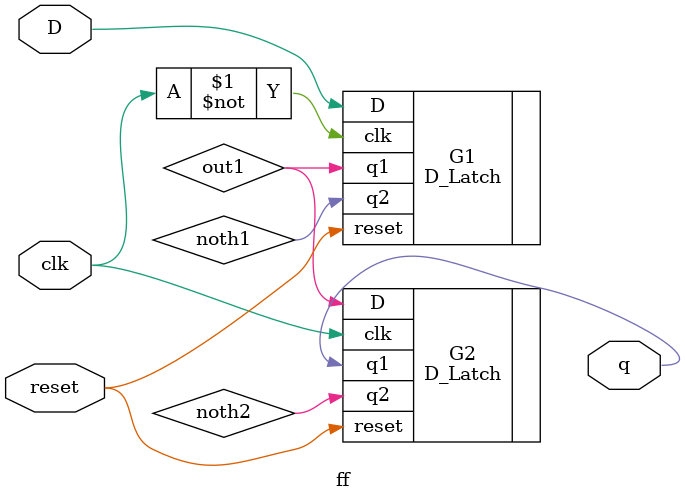
<source format=sv>
`timescale 1ns / 1ps


module ff(
input logic D,
input logic clk,
input logic reset,
output logic q
    );
    logic out1;
    logic noth1;
    logic noth2;
    
    D_Latch G1 (.D(D), .clk(~clk), .reset(reset), .q1(out1), .q2(noth1));
    D_Latch G2 (.D(out1), .clk(clk), .reset(reset), .q1(q), .q2(noth2));
    
    
endmodule

</source>
